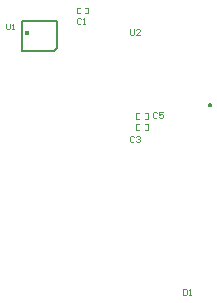
<source format=gto>
G04 Layer_Color=65535*
%FSLAX25Y25*%
%MOIN*%
G70*
G01*
G75*
%ADD26C,0.00787*%
%ADD35C,0.00300*%
%ADD36C,0.00394*%
%ADD37R,0.01575X0.01575*%
D26*
X137150Y460409D02*
Y469268D01*
X125339D02*
X137150D01*
X125339Y459425D02*
Y469268D01*
Y459425D02*
X136165D01*
X137150Y460409D01*
X187795Y441732D02*
X188451D01*
Y441076D01*
X187795D01*
Y441732D01*
D35*
X167469Y436616D02*
Y438584D01*
X166386D02*
X167469D01*
X166386Y436616D02*
X167469D01*
X163531D02*
Y438584D01*
Y436616D02*
X164614D01*
X163531Y438584D02*
X164614D01*
X167469Y433016D02*
Y434984D01*
X166386D02*
X167469D01*
X166386Y433016D02*
X167469D01*
X163531D02*
Y434984D01*
Y433016D02*
X164614D01*
X163531Y434984D02*
X164614D01*
X143701Y471850D02*
Y473819D01*
Y471850D02*
X144783D01*
X143701Y473819D02*
X144783D01*
X147638Y471850D02*
Y473819D01*
X146555D02*
X147638D01*
X146555Y471850D02*
X147638D01*
D36*
X179134Y379921D02*
Y377953D01*
X180118D01*
X180446Y378281D01*
Y379593D01*
X180118Y379921D01*
X179134D01*
X181102Y377953D02*
X181758D01*
X181430D01*
Y379921D01*
X181102Y379593D01*
X170603Y438648D02*
X170275Y438976D01*
X169619D01*
X169291Y438648D01*
Y437336D01*
X169619Y437008D01*
X170275D01*
X170603Y437336D01*
X172571Y438976D02*
X171259D01*
Y437992D01*
X171915Y438320D01*
X172243D01*
X172571Y437992D01*
Y437336D01*
X172243Y437008D01*
X171587D01*
X171259Y437336D01*
X162729Y430774D02*
X162401Y431102D01*
X161745D01*
X161417Y430774D01*
Y429462D01*
X161745Y429134D01*
X162401D01*
X162729Y429462D01*
X163385Y430774D02*
X163713Y431102D01*
X164369D01*
X164697Y430774D01*
Y430446D01*
X164369Y430118D01*
X164041D01*
X164369D01*
X164697Y429790D01*
Y429462D01*
X164369Y429134D01*
X163713D01*
X163385Y429462D01*
X161417Y466535D02*
Y464895D01*
X161745Y464567D01*
X162401D01*
X162729Y464895D01*
Y466535D01*
X164697Y464567D02*
X163385D01*
X164697Y465879D01*
Y466207D01*
X164369Y466535D01*
X163713D01*
X163385Y466207D01*
X145013Y470144D02*
X144685Y470472D01*
X144029D01*
X143701Y470144D01*
Y468832D01*
X144029Y468504D01*
X144685D01*
X145013Y468832D01*
X145669Y468504D02*
X146325D01*
X145997D01*
Y470472D01*
X145669Y470144D01*
X120079Y468503D02*
Y466863D01*
X120407Y466535D01*
X121063D01*
X121391Y466863D01*
Y468503D01*
X122047Y466535D02*
X122703D01*
X122375D01*
Y468503D01*
X122047Y468175D01*
D37*
X127307Y465331D02*
D03*
M02*

</source>
